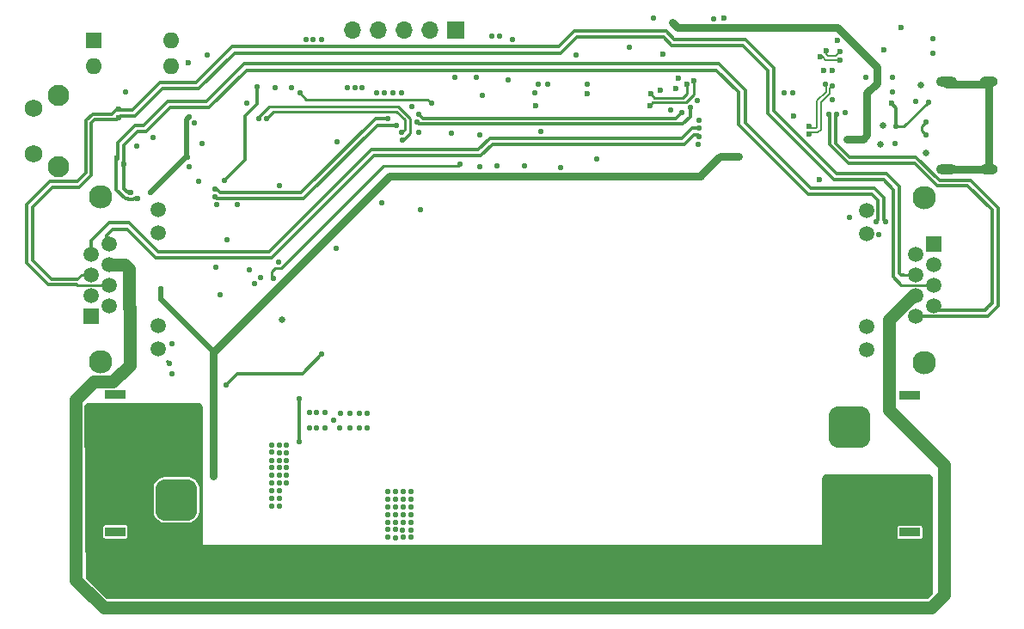
<source format=gbr>
%TF.GenerationSoftware,KiCad,Pcbnew,8.0.7-8.0.7-0~ubuntu22.04.1*%
%TF.CreationDate,2024-12-29T17:45:41+00:00*%
%TF.ProjectId,mini_module_template,6d696e69-5f6d-46f6-9475-6c655f74656d,rev?*%
%TF.SameCoordinates,Original*%
%TF.FileFunction,Copper,L4,Bot*%
%TF.FilePolarity,Positive*%
%FSLAX46Y46*%
G04 Gerber Fmt 4.6, Leading zero omitted, Abs format (unit mm)*
G04 Created by KiCad (PCBNEW 8.0.7-8.0.7-0~ubuntu22.04.1) date 2024-12-29 17:45:41*
%MOMM*%
%LPD*%
G01*
G04 APERTURE LIST*
G04 Aperture macros list*
%AMRoundRect*
0 Rectangle with rounded corners*
0 $1 Rounding radius*
0 $2 $3 $4 $5 $6 $7 $8 $9 X,Y pos of 4 corners*
0 Add a 4 corners polygon primitive as box body*
4,1,4,$2,$3,$4,$5,$6,$7,$8,$9,$2,$3,0*
0 Add four circle primitives for the rounded corners*
1,1,$1+$1,$2,$3*
1,1,$1+$1,$4,$5*
1,1,$1+$1,$6,$7*
1,1,$1+$1,$8,$9*
0 Add four rect primitives between the rounded corners*
20,1,$1+$1,$2,$3,$4,$5,0*
20,1,$1+$1,$4,$5,$6,$7,0*
20,1,$1+$1,$6,$7,$8,$9,0*
20,1,$1+$1,$8,$9,$2,$3,0*%
G04 Aperture macros list end*
%TA.AperFunction,ComponentPad*%
%ADD10R,2.000000X0.900000*%
%TD*%
%TA.AperFunction,ComponentPad*%
%ADD11RoundRect,1.025000X-1.025000X1.025000X-1.025000X-1.025000X1.025000X-1.025000X1.025000X1.025000X0*%
%TD*%
%TA.AperFunction,ComponentPad*%
%ADD12C,4.100000*%
%TD*%
%TA.AperFunction,ComponentPad*%
%ADD13R,1.600000X1.600000*%
%TD*%
%TA.AperFunction,ComponentPad*%
%ADD14O,1.600000X1.600000*%
%TD*%
%TA.AperFunction,ComponentPad*%
%ADD15R,1.500000X1.500000*%
%TD*%
%TA.AperFunction,ComponentPad*%
%ADD16C,1.500000*%
%TD*%
%TA.AperFunction,ComponentPad*%
%ADD17C,2.300000*%
%TD*%
%TA.AperFunction,ComponentPad*%
%ADD18C,2.100000*%
%TD*%
%TA.AperFunction,ComponentPad*%
%ADD19C,1.750000*%
%TD*%
%TA.AperFunction,ComponentPad*%
%ADD20O,2.100000X1.000000*%
%TD*%
%TA.AperFunction,ComponentPad*%
%ADD21O,1.800000X1.000000*%
%TD*%
%TA.AperFunction,ComponentPad*%
%ADD22RoundRect,1.025000X1.025000X-1.025000X1.025000X1.025000X-1.025000X1.025000X-1.025000X-1.025000X0*%
%TD*%
%TA.AperFunction,ComponentPad*%
%ADD23R,1.700000X1.700000*%
%TD*%
%TA.AperFunction,ComponentPad*%
%ADD24O,1.700000X1.700000*%
%TD*%
%TA.AperFunction,ViaPad*%
%ADD25C,0.550000*%
%TD*%
%TA.AperFunction,ViaPad*%
%ADD26C,0.600000*%
%TD*%
%TA.AperFunction,ViaPad*%
%ADD27C,0.650000*%
%TD*%
%TA.AperFunction,Conductor*%
%ADD28C,0.254000*%
%TD*%
%TA.AperFunction,Conductor*%
%ADD29C,1.270000*%
%TD*%
%TA.AperFunction,Conductor*%
%ADD30C,0.750000*%
%TD*%
%TA.AperFunction,Conductor*%
%ADD31C,0.508000*%
%TD*%
%TA.AperFunction,Conductor*%
%ADD32C,0.300000*%
%TD*%
%TA.AperFunction,Conductor*%
%ADD33C,0.200000*%
%TD*%
G04 APERTURE END LIST*
D10*
%TO.P,J2,*%
%TO.N,*%
X169150000Y-97950000D03*
X169150000Y-111450000D03*
D11*
%TO.P,J2,1,Pin_1*%
%TO.N,GND*%
X163150000Y-101100000D03*
D12*
%TO.P,J2,2,Pin_2*%
%TO.N,VCC*%
X163150000Y-108300000D03*
%TD*%
D13*
%TO.P,SW5,1*%
%TO.N,Net-(R24-Pad2)*%
X88770000Y-63010000D03*
D14*
%TO.P,SW5,2*%
%TO.N,Net-(R39-Pad2)*%
X88770000Y-65550000D03*
%TO.P,SW5,3*%
%TO.N,/CAN/CAN2-*%
X96390000Y-65550000D03*
%TO.P,SW5,4*%
%TO.N,/CAN/CAN1+*%
X96390000Y-63010000D03*
%TD*%
D15*
%TO.P,J8,1*%
%TO.N,/CAN/CAN1-*%
X88519999Y-90116000D03*
D16*
%TO.P,J8,2*%
%TO.N,/CAN/CAN1+*%
X90300000Y-89100000D03*
%TO.P,J8,3*%
%TO.N,GND*%
X88519999Y-88084000D03*
%TO.P,J8,4*%
%TO.N,/CAN/CAN2-*%
X90300000Y-87068000D03*
%TO.P,J8,5*%
%TO.N,/CAN/CAN2+*%
X88519999Y-86052000D03*
%TO.P,J8,6*%
%TO.N,+12V*%
X90300000Y-85036000D03*
%TO.P,J8,7*%
%TO.N,/CAN/USB_DOWNSTREAM_D-*%
X88519999Y-84020000D03*
%TO.P,J8,8*%
%TO.N,/CAN/USB_DOWNSTREAM_D+*%
X90299999Y-83004001D03*
%TO.P,J8,9*%
%TO.N,GND*%
X95119999Y-93416000D03*
%TO.P,J8,10*%
%TO.N,Net-(J8-Pad10)*%
X95119999Y-91126000D03*
%TO.P,J8,11*%
%TO.N,GND*%
X95119999Y-81986000D03*
%TO.P,J8,12*%
%TO.N,Net-(J8-Pad12)*%
X95119999Y-79696000D03*
D17*
%TO.P,J8,SH*%
%TO.N,Net-(C45-Pad1)*%
X89409999Y-94686000D03*
X89409999Y-78426000D03*
%TD*%
D18*
%TO.P,SW2,*%
%TO.N,*%
X85300000Y-75400000D03*
X85300000Y-68390000D03*
D19*
%TO.P,SW2,1,1*%
%TO.N,GND*%
X82810000Y-74150000D03*
%TO.P,SW2,2,2*%
%TO.N,/MCU/NRST*%
X82810000Y-69650000D03*
%TD*%
D15*
%TO.P,J7,1*%
%TO.N,/CAN/CAN1-*%
X171460000Y-83050000D03*
D16*
%TO.P,J7,2*%
%TO.N,/CAN/CAN1+*%
X169679999Y-84066000D03*
%TO.P,J7,3*%
%TO.N,GND*%
X171460000Y-85082000D03*
%TO.P,J7,4*%
%TO.N,/CAN/CAN2-*%
X169679999Y-86098000D03*
%TO.P,J7,5*%
%TO.N,/CAN/CAN2+*%
X171460000Y-87114000D03*
%TO.P,J7,6*%
%TO.N,+12V*%
X169679999Y-88130000D03*
%TO.P,J7,7*%
%TO.N,/CAN/USB_UPSTREAM_D-*%
X171460000Y-89146000D03*
%TO.P,J7,8*%
%TO.N,/CAN/USB_UPSTREAM_D+*%
X169680000Y-90161999D03*
%TO.P,J7,9*%
%TO.N,GND*%
X164860000Y-79750000D03*
%TO.P,J7,10*%
%TO.N,Net-(J7-Pad10)*%
X164860000Y-82040000D03*
%TO.P,J7,11*%
%TO.N,GND*%
X164860000Y-91180000D03*
%TO.P,J7,12*%
%TO.N,Net-(J7-Pad12)*%
X164860000Y-93470000D03*
D17*
%TO.P,J7,SH*%
%TO.N,Net-(C44-Pad1)*%
X170570000Y-78480000D03*
X170570000Y-94740000D03*
%TD*%
D20*
%TO.P,J4,S1,SHIELD*%
%TO.N,Net-(J4-SHIELD)*%
X172710000Y-75720000D03*
D21*
X176910000Y-75720000D03*
D20*
X172710000Y-67080000D03*
D21*
X176910000Y-67080000D03*
%TD*%
D10*
%TO.P,J6,*%
%TO.N,*%
X90900000Y-111400000D03*
X90900000Y-97900000D03*
D22*
%TO.P,J6,1,Pin_1*%
%TO.N,GND*%
X96900000Y-108250000D03*
D12*
%TO.P,J6,2,Pin_2*%
%TO.N,VCC*%
X96900000Y-101050000D03*
%TD*%
D23*
%TO.P,J1,1,Pin_1*%
%TO.N,+3V3*%
X124379999Y-62000000D03*
D24*
%TO.P,J1,2,Pin_2*%
%TO.N,/MCU/NRST*%
X121839999Y-62000000D03*
%TO.P,J1,3,Pin_3*%
%TO.N,/MCU/SWDIO*%
X119300000Y-62000000D03*
%TO.P,J1,4,Pin_4*%
%TO.N,/MCU/SWCLK*%
X116759999Y-62000000D03*
%TO.P,J1,5,Pin_5*%
%TO.N,GND*%
X114219999Y-62000000D03*
%TD*%
D25*
%TO.N,GND*%
X115709999Y-101200001D03*
X94610000Y-72550000D03*
X107010000Y-107350001D03*
X107759999Y-105100001D03*
X104100000Y-85600000D03*
X129560000Y-66900000D03*
X167430000Y-68070000D03*
X107049999Y-108850001D03*
X99400000Y-73130000D03*
X114009999Y-99700001D03*
X98140000Y-75390000D03*
D26*
X166550000Y-63900000D03*
D25*
X136300000Y-64400000D03*
X107759999Y-102850001D03*
X112344999Y-100438001D03*
X166100000Y-82110000D03*
X107010000Y-108100001D03*
X126798001Y-72253356D03*
X123947000Y-72093000D03*
X148400000Y-70825000D03*
X107759999Y-106600001D03*
X169735000Y-68998000D03*
D26*
X157689998Y-70439998D03*
D25*
X133440000Y-67280000D03*
D27*
X166517500Y-71400000D03*
D25*
X171430000Y-62770000D03*
X141480000Y-63625000D03*
X124300000Y-66598000D03*
X106259999Y-108100002D03*
X114909999Y-101200001D03*
X100800000Y-85300000D03*
X107009999Y-105850001D03*
D27*
X166200000Y-73200000D03*
D25*
X111509999Y-99600001D03*
X131200000Y-75320000D03*
X128740000Y-62520000D03*
X107010000Y-77320000D03*
X106259999Y-105100001D03*
X167700000Y-73100000D03*
X98640000Y-71110000D03*
X114500000Y-67600000D03*
X127980000Y-62520000D03*
X110709999Y-99600001D03*
X114009999Y-101200001D03*
D26*
X168250000Y-61700000D03*
D25*
X113700000Y-67600000D03*
D26*
X146100000Y-67700000D03*
D25*
X96500000Y-95820000D03*
X114909999Y-99700001D03*
X112690000Y-73000000D03*
X107009999Y-104350001D03*
X148200000Y-68925000D03*
X115200000Y-67600000D03*
X107759999Y-105850001D03*
X120100000Y-69500000D03*
X101854949Y-82657716D03*
D27*
X107300000Y-90500000D03*
D25*
X99130000Y-76850000D03*
X106259999Y-102821367D03*
X111509999Y-101200001D03*
X145600000Y-69800000D03*
X161470000Y-68806826D03*
X100841441Y-79178023D03*
D26*
X144579600Y-67912800D03*
X132300000Y-69410000D03*
D25*
X107009999Y-105100001D03*
D27*
X170700000Y-74100000D03*
D25*
X102900000Y-79170000D03*
X104615077Y-86905026D03*
X148300000Y-73200000D03*
X107009999Y-102850001D03*
D26*
X137400000Y-68200000D03*
D25*
X120800000Y-72000000D03*
X106924321Y-84796000D03*
X134750000Y-75500000D03*
X106259999Y-106601186D03*
X96500000Y-92840000D03*
X127000000Y-68400000D03*
X110009999Y-99600000D03*
X157570000Y-68119999D03*
D27*
X170200000Y-67400000D03*
D25*
X171430000Y-64290000D03*
X120900000Y-79660000D03*
X107759999Y-104350001D03*
X106259999Y-104350001D03*
X164820000Y-66610000D03*
X101200000Y-88000000D03*
X110009999Y-101200001D03*
D26*
X162000000Y-63000000D03*
D25*
X167420000Y-66640000D03*
X113084558Y-99700002D03*
D26*
X160200000Y-76700000D03*
D25*
X99970000Y-64420000D03*
X110709999Y-101200001D03*
D26*
X150800000Y-60800000D03*
X146370000Y-66720000D03*
D25*
X107010000Y-106600001D03*
X163200000Y-80400000D03*
X117110000Y-78960000D03*
X143900000Y-60775000D03*
X109670000Y-62894997D03*
X106260000Y-103573891D03*
X107009999Y-103600001D03*
X113009999Y-101200001D03*
X106260000Y-107350001D03*
X106249999Y-108850002D03*
X111200000Y-62894997D03*
X106259999Y-105852962D03*
X110360000Y-62894997D03*
X107759999Y-103600001D03*
X115710000Y-99700001D03*
X112670000Y-83440000D03*
X162800000Y-70100000D03*
%TO.N,/MCU/NRST*%
X106500000Y-86400000D03*
X124804652Y-75195348D03*
%TO.N,+5V*%
X100530000Y-105810000D03*
X98150000Y-70540000D03*
X150370000Y-74520000D03*
X149690000Y-75170000D03*
X100530000Y-100910000D03*
X100520000Y-100120000D03*
X151270000Y-74400000D03*
X164550000Y-72700000D03*
X98000000Y-74505000D03*
X100530000Y-102460000D03*
X163800000Y-72700000D03*
X149160000Y-75710000D03*
X100530000Y-104180000D03*
X148575000Y-76285000D03*
X100530000Y-101640000D03*
X152260000Y-74400000D03*
X145740000Y-61170000D03*
X100530000Y-103310000D03*
X164920000Y-68180000D03*
X100530000Y-104970000D03*
X100530000Y-99240000D03*
X111209999Y-93900001D03*
X95345000Y-88445000D03*
X95345000Y-87480000D03*
X101809998Y-96900001D03*
X100530000Y-98380000D03*
X94350000Y-77950000D03*
X162950000Y-72700000D03*
%TO.N,+3V3*%
X119250001Y-108200000D03*
X118450000Y-108210001D03*
X120000000Y-107450000D03*
X137370000Y-67310000D03*
X129970000Y-62860000D03*
X120000000Y-111950000D03*
X132230000Y-68180000D03*
X119250001Y-108950000D03*
X117750000Y-109700000D03*
X132520000Y-67280000D03*
X126400000Y-66598000D03*
X119200001Y-111200000D03*
X118450000Y-109710000D03*
X117750000Y-110450000D03*
X156770000Y-68119999D03*
X118450000Y-108960001D03*
X117750000Y-111950000D03*
X132800000Y-71975000D03*
X149770000Y-60825000D03*
X91870000Y-68030000D03*
D26*
X98100000Y-65200000D03*
D25*
X119250001Y-109700000D03*
X128500000Y-75300000D03*
X120000000Y-111200000D03*
X117750000Y-107450000D03*
X120000000Y-109700000D03*
X117750000Y-111154002D03*
X126800000Y-75400000D03*
X120000000Y-108950000D03*
X103800000Y-69200000D03*
X93000190Y-73404543D03*
X118450000Y-111960000D03*
X117750000Y-108950000D03*
X116600000Y-68110000D03*
D26*
X144770000Y-64375000D03*
D25*
X105180763Y-86339340D03*
X118200000Y-68110000D03*
X119250001Y-107450000D03*
X120000000Y-110450000D03*
X138262500Y-74687500D03*
X119250000Y-111950000D03*
X118450000Y-111164003D03*
X120000000Y-108200000D03*
X118450000Y-110460000D03*
X108200000Y-67624997D03*
X117400000Y-68110000D03*
X117750000Y-108200000D03*
X119250000Y-110450000D03*
X118450000Y-107460001D03*
X119100000Y-68110000D03*
%TO.N,/USB/USB_CONN_D-*%
X170735000Y-71048000D03*
X170735000Y-72252000D03*
%TO.N,/MCU/USR_LED1*%
X106590000Y-67609999D03*
%TO.N,/MCU/USR_LED2*%
X101620000Y-76780000D03*
X104880000Y-67569999D03*
D26*
%TO.N,/USB/USB_PROT_D-*%
X159243114Y-71427170D03*
D25*
X160776587Y-67326587D03*
%TO.N,/USB/USB_PROT_D+*%
X161511768Y-67474942D03*
D26*
X159192074Y-72225542D03*
D25*
%TO.N,Net-(C45-Pad1)*%
X96200000Y-94800000D03*
D27*
%TO.N,VCC*%
X101000000Y-116700000D03*
X107500000Y-115000000D03*
X104900000Y-115000000D03*
X102700000Y-116700000D03*
X105700000Y-115000000D03*
X106600000Y-115900000D03*
X102700000Y-115800000D03*
X104900000Y-114100000D03*
X107500000Y-114100000D03*
X106600000Y-114100000D03*
X105700000Y-115900000D03*
X107500000Y-115900000D03*
X106600000Y-115000000D03*
X104900000Y-115900000D03*
X101800000Y-115800000D03*
X105700000Y-113200000D03*
X105700000Y-114100000D03*
X106600000Y-116700000D03*
X103600000Y-115800000D03*
X107500000Y-116700000D03*
X104900000Y-113200000D03*
X107500000Y-113200000D03*
X101800000Y-116700000D03*
X101000000Y-115800000D03*
X104900000Y-116700000D03*
X103600000Y-116700000D03*
X105700000Y-116700000D03*
X106600000Y-113200000D03*
D26*
%TO.N,/STLINK/USB_D+*%
X147193541Y-67303432D03*
X143614400Y-68268400D03*
D25*
%TO.N,/MCU/USB_D+*%
X120800000Y-70300000D03*
X146700000Y-70100000D03*
%TO.N,/MCU/USB_D-*%
X147526711Y-69550000D03*
X120593958Y-71021146D03*
%TO.N,/MCU/SWCLK*%
X121998000Y-69200000D03*
X109085000Y-68185000D03*
D26*
%TO.N,/STLINK/USB_D-*%
X147900000Y-66928038D03*
X143507705Y-69425872D03*
D25*
%TO.N,/CAN/CAN1-*%
X166700000Y-80850000D03*
D26*
X93066404Y-78595363D03*
X91010000Y-74550000D03*
D25*
%TO.N,/POWER/5V_COIL*%
X109000000Y-102560001D03*
X108999999Y-98305001D03*
%TO.N,/USB/VBUS*%
X167755000Y-71470000D03*
D26*
X167300000Y-69200000D03*
D25*
X170955000Y-69048000D03*
D26*
%TO.N,/USB/USB_UPSTREAM_D-*%
X160655228Y-65964132D03*
X162258333Y-64915000D03*
X160269479Y-64620521D03*
%TO.N,/USB/USB_UPSTREAM_D+*%
X160870521Y-64019479D03*
X162258333Y-64065000D03*
X161454013Y-65920000D03*
%TO.N,/CAN/CAN1+*%
X92430006Y-77958965D03*
X91720000Y-75200000D03*
D25*
X165800000Y-80850000D03*
D26*
%TO.N,/CAN/CAN2+*%
X91217377Y-70589602D03*
%TO.N,/CAN/CAN2-*%
X91257628Y-69712839D03*
D25*
%TO.N,/CAN/USB_UPSTREAM_D-*%
X161149997Y-70300000D03*
%TO.N,/CAN/USB_UPSTREAM_D+*%
X161900000Y-70300000D03*
%TO.N,/CAN/USB_DOWNSTREAM_D-*%
X148400000Y-71575000D03*
%TO.N,/CAN/USB_DOWNSTREAM_D+*%
X148400000Y-72425000D03*
%TO.N,/CAN/RXD2_LED*%
X100700000Y-78400000D03*
X118600000Y-71326472D03*
%TO.N,/CAN/TXD2_LED*%
X100700000Y-77649997D03*
X117701472Y-70701472D03*
%TO.N,/MCU/I2C3_SDA*%
X119200000Y-72798000D03*
X105000000Y-70722499D03*
%TO.N,/MCU/I2C3_SCL*%
X105800000Y-70700000D03*
X119093636Y-72055578D03*
%TD*%
D28*
%TO.N,/MCU/NRST*%
X106650643Y-85398000D02*
X106298000Y-85750643D01*
X107202000Y-85398000D02*
X106650643Y-85398000D01*
X124804652Y-75195348D02*
X124700000Y-75300000D01*
X106298000Y-85750643D02*
X106298000Y-86298000D01*
X124700000Y-75300000D02*
X117300000Y-75300000D01*
X117300000Y-75300000D02*
X107202000Y-85398000D01*
X106400000Y-86400000D02*
X106500000Y-86400000D01*
X106298000Y-86298000D02*
X106400000Y-86400000D01*
D29*
%TO.N,+12V*%
X92290000Y-94980000D02*
X90655000Y-96615000D01*
X172480000Y-104830000D02*
X167070000Y-99420000D01*
X92270000Y-89268291D02*
X92290000Y-89288291D01*
X90300000Y-85036000D02*
X91776000Y-85036000D01*
X172480000Y-117620000D02*
X172480000Y-104830000D01*
X167070000Y-90530470D02*
X169470470Y-88130000D01*
X171235000Y-118865000D02*
X172480000Y-117620000D01*
X92270000Y-85530000D02*
X92270000Y-89268291D01*
X87000000Y-98410000D02*
X87000000Y-116110000D01*
X89755000Y-118865000D02*
X171235000Y-118865000D01*
X91776000Y-85036000D02*
X92270000Y-85530000D01*
X87000000Y-116110000D02*
X89755000Y-118865000D01*
X90655000Y-96615000D02*
X88795000Y-96615000D01*
X167070000Y-99420000D02*
X167070000Y-90530470D01*
X88795000Y-96615000D02*
X87000000Y-98410000D01*
X92290000Y-89288291D02*
X92290000Y-94980000D01*
X169470470Y-88130000D02*
X169679999Y-88130000D01*
D30*
%TO.N,+5V*%
X150340000Y-74520000D02*
X148575000Y-76285000D01*
X100530000Y-102460000D02*
X100530000Y-103310000D01*
X165900000Y-65600000D02*
X165900000Y-67200000D01*
X100530000Y-101640000D02*
X100530000Y-102460000D01*
D31*
X95345000Y-88445000D02*
X100530000Y-93630000D01*
D30*
X145740000Y-61170000D02*
X146245000Y-61675000D01*
X117900000Y-76350000D02*
X100530000Y-93720000D01*
X164550000Y-72700000D02*
X162950000Y-72700000D01*
D31*
X98150000Y-70540000D02*
X97911000Y-70779000D01*
D30*
X100530000Y-104970000D02*
X100530000Y-105810000D01*
D32*
X102909999Y-95800001D02*
X109309999Y-95800001D01*
D30*
X148510000Y-76350000D02*
X117900000Y-76350000D01*
X165900000Y-67200000D02*
X164920000Y-68180000D01*
X164550000Y-72700000D02*
X164920000Y-72330000D01*
D32*
X101809998Y-96900001D02*
X102909999Y-95800001D01*
D30*
X100530000Y-93720000D02*
X100530000Y-101640000D01*
D31*
X100530000Y-93630000D02*
X100530000Y-93720000D01*
D30*
X100530000Y-104180000D02*
X100530000Y-104970000D01*
X100530000Y-105810000D02*
X100530000Y-105910000D01*
D31*
X95345000Y-88445000D02*
X95345000Y-87480000D01*
D32*
X109309999Y-95800001D02*
X111209999Y-93900001D01*
D30*
X150370000Y-74520000D02*
X150340000Y-74520000D01*
D31*
X94350000Y-77950000D02*
X97795000Y-74505000D01*
X97911000Y-74416000D02*
X98000000Y-74505000D01*
X97911000Y-70779000D02*
X97911000Y-74416000D01*
D30*
X150370000Y-74520000D02*
X150490000Y-74400000D01*
X150490000Y-74400000D02*
X152260000Y-74400000D01*
X100530000Y-103310000D02*
X100530000Y-104180000D01*
X146245000Y-61675000D02*
X161975000Y-61675000D01*
X161975000Y-61675000D02*
X165900000Y-65600000D01*
X148575000Y-76285000D02*
X148510000Y-76350000D01*
X164920000Y-72330000D02*
X164920000Y-68180000D01*
D31*
X97795000Y-74505000D02*
X98000000Y-74505000D01*
D28*
%TO.N,/USB/USB_CONN_D-*%
X170335000Y-71852000D02*
X170335000Y-71448000D01*
X170335000Y-71448000D02*
X170735000Y-71048000D01*
X170735000Y-72252000D02*
X170335000Y-71852000D01*
D32*
%TO.N,/MCU/USR_LED2*%
X103625000Y-70465000D02*
X104660000Y-69430000D01*
X104365000Y-69725000D02*
X104880000Y-69210000D01*
X104880000Y-69210000D02*
X104880000Y-67569999D01*
X101620000Y-76780000D02*
X103625000Y-74775000D01*
X103625000Y-74775000D02*
X103625000Y-70465000D01*
D33*
%TO.N,/USB/USB_PROT_D-*%
X159900000Y-71620000D02*
X159970000Y-71550000D01*
X159435944Y-71620000D02*
X159900000Y-71620000D01*
X159243114Y-71427170D02*
X159435944Y-71620000D01*
X160870000Y-68027967D02*
X160870000Y-67420000D01*
X159970000Y-68927967D02*
X160870000Y-68027967D01*
X160870000Y-67420000D02*
X160776587Y-67326587D01*
X159970000Y-71550000D02*
X159970000Y-68927967D01*
%TO.N,/USB/USB_PROT_D+*%
X161270000Y-67716710D02*
X161511768Y-67474942D01*
X161270000Y-68193653D02*
X161270000Y-67716710D01*
X159347616Y-72070000D02*
X160070000Y-72070000D01*
X160070000Y-72070000D02*
X160370000Y-71770000D01*
X159192074Y-72225542D02*
X159347616Y-72070000D01*
X160370000Y-71770000D02*
X160370000Y-69093653D01*
X160370000Y-69093653D02*
X161270000Y-68193653D01*
D32*
%TO.N,Net-(C45-Pad1)*%
X96086000Y-94686000D02*
X96200000Y-94800000D01*
D28*
%TO.N,/STLINK/USB_D+*%
X146749000Y-68646000D02*
X143992000Y-68646000D01*
X147193541Y-67303432D02*
X147193541Y-68201459D01*
X147193541Y-68201459D02*
X146749000Y-68646000D01*
X143992000Y-68646000D02*
X143614400Y-68268400D01*
%TO.N,/MCU/SWDIO*%
X119600000Y-62300000D02*
X119300000Y-62000000D01*
X119600000Y-62000000D02*
X119300000Y-62000000D01*
D32*
%TO.N,/MCU/USB_D+*%
X121200000Y-70700000D02*
X146100000Y-70700000D01*
X120800000Y-70300000D02*
X121200000Y-70700000D01*
X146100000Y-70700000D02*
X146700000Y-70100000D01*
%TO.N,/MCU/USB_D-*%
X120772812Y-71200000D02*
X146800000Y-71200000D01*
X146800000Y-71200000D02*
X147526711Y-70473289D01*
X147526711Y-70473289D02*
X147526711Y-69550000D01*
X120593958Y-71021146D02*
X120772812Y-71200000D01*
D28*
%TO.N,/MCU/SWCLK*%
X116759999Y-62580001D02*
X116720000Y-62620000D01*
X121998000Y-69200000D02*
X121598000Y-68800000D01*
X116759999Y-62000000D02*
X116759999Y-62580001D01*
X121598000Y-68800000D02*
X109700000Y-68800000D01*
X109700000Y-68800000D02*
X109085000Y-68185000D01*
%TO.N,/STLINK/USB_D-*%
X147870000Y-66958038D02*
X147870000Y-68320000D01*
X147090000Y-69100000D02*
X143833577Y-69100000D01*
X147900000Y-66928038D02*
X147870000Y-66958038D01*
X147870000Y-68320000D02*
X147090000Y-69100000D01*
X143833577Y-69100000D02*
X143507705Y-69425872D01*
D30*
%TO.N,Net-(J4-SHIELD)*%
X176910000Y-75720000D02*
X172710000Y-75720000D01*
X176910000Y-67080000D02*
X176910000Y-75720000D01*
X172710000Y-67267988D02*
X176910000Y-67267988D01*
D32*
%TO.N,/CAN/CAN1-*%
X103555734Y-65300000D02*
X150300000Y-65300000D01*
X91000000Y-77714266D02*
X91000000Y-74560000D01*
X93695734Y-71340000D02*
X96035734Y-69000000D01*
X166550001Y-78455735D02*
X166550001Y-80700001D01*
X91120000Y-74440000D02*
X91120000Y-73045734D01*
X166550001Y-80700001D02*
X166700000Y-80850000D01*
X150300000Y-65300000D02*
X152900000Y-67900000D01*
X159350000Y-77550000D02*
X165644266Y-77550000D01*
X152900000Y-67900000D02*
X152900000Y-71100000D01*
X92160767Y-78608965D02*
X92147165Y-78595363D01*
X93066404Y-78595363D02*
X92712847Y-78595363D01*
X92147165Y-78595363D02*
X91881097Y-78595363D01*
X91881097Y-78595363D02*
X91000000Y-77714266D01*
X165644266Y-77550000D02*
X166550001Y-78455735D01*
X99855734Y-69000000D02*
X103555734Y-65300000D01*
X91000000Y-74560000D02*
X91010000Y-74550000D01*
X152900000Y-71100000D02*
X159350000Y-77550000D01*
X92699245Y-78608965D02*
X92160767Y-78608965D01*
X92825734Y-71340000D02*
X93695734Y-71340000D01*
X91010000Y-74550000D02*
X91120000Y-74440000D01*
X91120000Y-73045734D02*
X92825734Y-71340000D01*
X96035734Y-69000000D02*
X99855734Y-69000000D01*
X92712847Y-78595363D02*
X92699245Y-78608965D01*
%TO.N,/POWER/5V_COIL*%
X108999999Y-98305001D02*
X109000000Y-98305002D01*
X109000000Y-98305002D02*
X109000000Y-102560001D01*
D28*
%TO.N,/USB/VBUS*%
X168533000Y-71470000D02*
X170955000Y-69048000D01*
D32*
X167755000Y-69655000D02*
X167300000Y-69200000D01*
D28*
X167755000Y-71470000D02*
X168533000Y-71470000D01*
D32*
X167755000Y-71470000D02*
X167755000Y-69655000D01*
D33*
%TO.N,/USB/USB_UPSTREAM_D-*%
X160552322Y-64620521D02*
X160269479Y-64620521D01*
X160846801Y-64915000D02*
X160552322Y-64620521D01*
X162258333Y-64915000D02*
X160846801Y-64915000D01*
%TO.N,/USB/USB_UPSTREAM_D+*%
X161858334Y-64464999D02*
X161033198Y-64464999D01*
X161033198Y-64464999D02*
X160870521Y-64302322D01*
X160870521Y-64302322D02*
X160870521Y-64019479D01*
X162258333Y-64065000D02*
X161858334Y-64464999D01*
D32*
%TO.N,/CAN/CAN1+*%
X165949999Y-80700001D02*
X165800000Y-80850000D01*
X91730000Y-75210000D02*
X91720000Y-75200000D01*
X91730000Y-77595734D02*
X91730000Y-75210000D01*
X165949999Y-78704265D02*
X165949999Y-80700001D01*
X92430006Y-77958965D02*
X92393609Y-77995362D01*
X96284266Y-69600000D02*
X100104266Y-69600000D01*
X152300000Y-68100000D02*
X152300000Y-71300000D01*
X165395734Y-78150000D02*
X165949999Y-78704265D01*
X93944266Y-71940000D02*
X96284266Y-69600000D01*
X152300000Y-71300000D02*
X159150000Y-78150000D01*
X150100000Y-65900000D02*
X152300000Y-68100000D01*
X103804266Y-65900000D02*
X150100000Y-65900000D01*
X92393609Y-77995362D02*
X92129628Y-77995362D01*
X91720000Y-75200000D02*
X91720000Y-73294266D01*
X100104266Y-69600000D02*
X103804266Y-65900000D01*
X92129628Y-77995362D02*
X91730000Y-77595734D01*
X91720000Y-73294266D02*
X93074266Y-71940000D01*
X93074266Y-71940000D02*
X93944266Y-71940000D01*
X159150000Y-78150000D02*
X165395734Y-78150000D01*
%TO.N,/CAN/CAN2+*%
X167510000Y-77710000D02*
X167510000Y-86300000D01*
X88884517Y-70742589D02*
X91064390Y-70742589D01*
X144865734Y-62680000D02*
X145685734Y-63500000D01*
X167510000Y-86300000D02*
X168300000Y-87090000D01*
X88529876Y-76270124D02*
X88529876Y-71097230D01*
D28*
X87548000Y-86052000D02*
X88519999Y-86052000D01*
D32*
X82770000Y-79404266D02*
X84734266Y-77440000D01*
X82770000Y-84685734D02*
X82770000Y-79404266D01*
D28*
X87100000Y-86500000D02*
X87548000Y-86052000D01*
D32*
X91375883Y-70431096D02*
X92843170Y-70431096D01*
X102614266Y-64210000D02*
X134774266Y-64210000D01*
X84734266Y-77440000D02*
X87360000Y-77440000D01*
X88529876Y-71097230D02*
X88884517Y-70742589D01*
X155120000Y-70184266D02*
X161665734Y-76730000D01*
X166530000Y-76730000D02*
X167510000Y-77710000D01*
X155120000Y-65904266D02*
X155120000Y-70184266D01*
X84584266Y-86500000D02*
X82770000Y-84685734D01*
X87360000Y-77440000D02*
X88529876Y-76270124D01*
X92843170Y-70431096D02*
X95514266Y-67760000D01*
X91217377Y-70589602D02*
X91375883Y-70431096D01*
X91064390Y-70742589D02*
X91217377Y-70589602D01*
X99064266Y-67760000D02*
X102614266Y-64210000D01*
X95514266Y-67760000D02*
X99064266Y-67760000D01*
X136304266Y-62680000D02*
X144865734Y-62680000D01*
D28*
X168324000Y-87114000D02*
X168300000Y-87090000D01*
X171460000Y-87114000D02*
X168324000Y-87114000D01*
D32*
X161665734Y-76730000D02*
X166530000Y-76730000D01*
X145685734Y-63500000D02*
X152715734Y-63500000D01*
X152715734Y-63500000D02*
X155120000Y-65904266D01*
X87100000Y-86500000D02*
X84584266Y-86500000D01*
X134774266Y-64210000D02*
X136304266Y-62680000D01*
%TO.N,/CAN/CAN2-*%
X84295734Y-87060000D02*
X82170000Y-84934266D01*
X88029876Y-70890124D02*
X88677411Y-70242589D01*
X91257628Y-69712839D02*
X91375883Y-69831094D01*
X87209876Y-76800000D02*
X88029876Y-75980000D01*
X168080000Y-77380000D02*
X168080000Y-85940000D01*
X90568000Y-87068000D02*
X90300000Y-87068000D01*
X87209876Y-76810124D02*
X87209876Y-76800000D01*
X102365734Y-63610000D02*
X134525734Y-63610000D01*
X155720000Y-65655734D02*
X155720000Y-69935734D01*
X145934266Y-62900000D02*
X152964266Y-62900000D01*
X82170000Y-79155734D02*
X84445734Y-76880000D01*
X92594640Y-69831094D02*
X95265734Y-67160000D01*
X88029876Y-75980000D02*
X88029876Y-70890124D01*
X152964266Y-62900000D02*
X155720000Y-65655734D01*
D28*
X90300000Y-87068000D02*
X87118000Y-87068000D01*
X168558000Y-86098000D02*
X168550000Y-86090000D01*
D32*
X95265734Y-67160000D02*
X98815734Y-67160000D01*
X82170000Y-84934266D02*
X82170000Y-79155734D01*
X136055734Y-62080000D02*
X145114266Y-62080000D01*
X91375883Y-69831094D02*
X92594640Y-69831094D01*
X98815734Y-67160000D02*
X102365734Y-63610000D01*
X145114266Y-62080000D02*
X145934266Y-62900000D01*
X84445734Y-76880000D02*
X87140000Y-76880000D01*
X168080000Y-85940000D02*
X168230000Y-86090000D01*
X161914266Y-76130000D02*
X166830000Y-76130000D01*
X168230000Y-86090000D02*
X168550000Y-86090000D01*
X90567377Y-70242589D02*
X90948138Y-69861828D01*
X90948138Y-69861828D02*
X91108639Y-69861828D01*
D28*
X87118000Y-87068000D02*
X87110000Y-87060000D01*
D32*
X88677411Y-70242589D02*
X90567377Y-70242589D01*
D28*
X169679999Y-86098000D02*
X168558000Y-86098000D01*
D32*
X155720000Y-69935734D02*
X161914266Y-76130000D01*
X87140000Y-76880000D02*
X87209876Y-76810124D01*
X91108639Y-69861828D02*
X91257628Y-69712839D01*
X87110000Y-87060000D02*
X84295734Y-87060000D01*
X134525734Y-63610000D02*
X136055734Y-62080000D01*
X166830000Y-76130000D02*
X168080000Y-77380000D01*
%TO.N,/CAN/USB_UPSTREAM_D-*%
X177200000Y-88895734D02*
X177200000Y-79700000D01*
X161224998Y-70375001D02*
X161149997Y-70300000D01*
X171460000Y-89146000D02*
X171875998Y-89561998D01*
X163095000Y-75095000D02*
X161224998Y-73224998D01*
X171800000Y-77300000D02*
X169595000Y-75095000D01*
X176533736Y-89561998D02*
X176847867Y-89247867D01*
X177200000Y-79700000D02*
X174800000Y-77300000D01*
X174800000Y-77300000D02*
X171800000Y-77300000D01*
X161224998Y-73224998D02*
X161224998Y-70375001D01*
X171875998Y-89561998D02*
X176533736Y-89561998D01*
X176847867Y-89247867D02*
X177200000Y-88895734D01*
X169595000Y-75095000D02*
X163095000Y-75095000D01*
%TO.N,/CAN/USB_UPSTREAM_D+*%
X177800000Y-79500000D02*
X175100000Y-76800000D01*
X161824999Y-70375001D02*
X161900000Y-70300000D01*
X175100000Y-76800000D02*
X172037918Y-76800000D01*
X169732938Y-74495020D02*
X163202126Y-74495020D01*
X171885398Y-90173000D02*
X171896399Y-90161999D01*
X171034602Y-90173000D02*
X171885398Y-90173000D01*
X163202126Y-74495020D02*
X161824999Y-73117893D01*
X177800000Y-89144266D02*
X177800000Y-79500000D01*
X172037918Y-76800000D02*
X169732938Y-74495020D01*
X176782267Y-90161999D02*
X177800000Y-89144266D01*
X171023601Y-90161999D02*
X171034602Y-90173000D01*
X161824999Y-73117893D02*
X161824999Y-70375001D01*
X169680000Y-90161999D02*
X171023601Y-90161999D01*
X171896399Y-90161999D02*
X176782267Y-90161999D01*
%TO.N,/CAN/USB_DOWNSTREAM_D-*%
X116125734Y-73750000D02*
X126625734Y-73750000D01*
X88519999Y-84020000D02*
X88519999Y-82680001D01*
X126625734Y-73750000D02*
X127775734Y-72600000D01*
X127775734Y-72600000D02*
X146675734Y-72600000D01*
X90300000Y-80900000D02*
X92207106Y-80900000D01*
X146675734Y-72600000D02*
X147700734Y-71575000D01*
X147700734Y-71575000D02*
X148400000Y-71575000D01*
X92207106Y-80900000D02*
X95107106Y-83800000D01*
X88519999Y-82680001D02*
X90300000Y-80900000D01*
X95107106Y-83800000D02*
X106075734Y-83800000D01*
X106075734Y-83800000D02*
X116125734Y-73750000D01*
%TO.N,/CAN/USB_DOWNSTREAM_D+*%
X90600000Y-81600000D02*
X90000000Y-82200000D01*
X148400000Y-72425000D02*
X148275001Y-72300001D01*
X94900000Y-84400000D02*
X92100000Y-81600000D01*
X90000000Y-82704002D02*
X90299999Y-83004001D01*
X116374266Y-74350000D02*
X106324266Y-84400000D01*
X92100000Y-81600000D02*
X90600000Y-81600000D01*
X128024266Y-73200000D02*
X126874266Y-74350000D01*
X126874266Y-74350000D02*
X116374266Y-74350000D01*
X146924266Y-73200000D02*
X128024266Y-73200000D01*
X106324266Y-84400000D02*
X94900000Y-84400000D01*
X90000000Y-82200000D02*
X90000000Y-82704002D01*
X148275001Y-72300001D02*
X147824265Y-72300001D01*
X147824265Y-72300001D02*
X146924266Y-73200000D01*
%TO.N,/CAN/RXD2_LED*%
X100845000Y-78545000D02*
X100700000Y-78400000D01*
X118600000Y-71326472D02*
X116673528Y-71326472D01*
X116673528Y-71326472D02*
X109455000Y-78545000D01*
X109455000Y-78545000D02*
X100845000Y-78545000D01*
%TO.N,/CAN/TXD2_LED*%
X117701472Y-70701472D02*
X116498528Y-70701472D01*
X116498528Y-70701472D02*
X109200000Y-78000000D01*
X109200000Y-78000000D02*
X101183884Y-78000000D01*
X101183884Y-78000000D02*
X100833881Y-77649997D01*
X100833881Y-77649997D02*
X100700000Y-77649997D01*
D28*
%TO.N,/MCU/I2C3_SDA*%
X119900000Y-70657947D02*
X118742053Y-69500000D01*
X119200000Y-72798000D02*
X119202571Y-72798000D01*
X110700000Y-69500000D02*
X110600000Y-69500000D01*
X105000000Y-70500000D02*
X106000000Y-69500000D01*
X119202571Y-72798000D02*
X119900000Y-72100571D01*
X105000000Y-70722499D02*
X105000000Y-70500000D01*
X118742053Y-69500000D02*
X110700000Y-69500000D01*
X106000000Y-69500000D02*
X110700000Y-69500000D01*
X119900000Y-72100571D02*
X119900000Y-70657947D01*
%TO.N,/MCU/I2C3_SCL*%
X119096479Y-72055578D02*
X119093636Y-72055578D01*
X119400000Y-70800000D02*
X119400000Y-71752057D01*
X118600000Y-70000000D02*
X119400000Y-70800000D01*
X106500000Y-70000000D02*
X118600000Y-70000000D01*
X119400000Y-71752057D02*
X119096479Y-72055578D01*
X105800000Y-70700000D02*
X106500000Y-70000000D01*
%TD*%
%TA.AperFunction,Conductor*%
%TO.N,VCC*%
G36*
X99215807Y-98719685D02*
G01*
X99236292Y-98736162D01*
X99464783Y-98963836D01*
X99498378Y-99025099D01*
X99501258Y-99051230D01*
X99548924Y-112350002D01*
X99550000Y-112650000D01*
X130025000Y-112675000D01*
X160200000Y-112699754D01*
X160200000Y-112699753D01*
X160500000Y-112700000D01*
X160500000Y-110980247D01*
X167949500Y-110980247D01*
X167949500Y-111919752D01*
X167961131Y-111978229D01*
X167961132Y-111978230D01*
X168005447Y-112044552D01*
X168071769Y-112088867D01*
X168071770Y-112088868D01*
X168130247Y-112100499D01*
X168130250Y-112100500D01*
X168130252Y-112100500D01*
X170169750Y-112100500D01*
X170169751Y-112100499D01*
X170184568Y-112097552D01*
X170228229Y-112088868D01*
X170228229Y-112088867D01*
X170228231Y-112088867D01*
X170294552Y-112044552D01*
X170338867Y-111978231D01*
X170338867Y-111978229D01*
X170338868Y-111978229D01*
X170350499Y-111919752D01*
X170350500Y-111919750D01*
X170350500Y-110980249D01*
X170350499Y-110980247D01*
X170338868Y-110921770D01*
X170338867Y-110921769D01*
X170294552Y-110855447D01*
X170228230Y-110811132D01*
X170228229Y-110811131D01*
X170169752Y-110799500D01*
X170169748Y-110799500D01*
X168130252Y-110799500D01*
X168130247Y-110799500D01*
X168071770Y-110811131D01*
X168071769Y-110811132D01*
X168005447Y-110855447D01*
X167961132Y-110921769D01*
X167961131Y-110921770D01*
X167949500Y-110980247D01*
X160500000Y-110980247D01*
X160500000Y-106051362D01*
X160519685Y-105984323D01*
X160536319Y-105963681D01*
X160763681Y-105736319D01*
X160825004Y-105702834D01*
X160851362Y-105700000D01*
X171048638Y-105700000D01*
X171115677Y-105719685D01*
X171136319Y-105736319D01*
X171363681Y-105963681D01*
X171397166Y-106025004D01*
X171400000Y-106051362D01*
X171400000Y-117467062D01*
X171380315Y-117534101D01*
X171363681Y-117554743D01*
X170925243Y-117993181D01*
X170863920Y-118026666D01*
X170837562Y-118029500D01*
X90152437Y-118029500D01*
X90085398Y-118009815D01*
X90064756Y-117993181D01*
X88014345Y-115942769D01*
X87980860Y-115881446D01*
X87978029Y-115856020D01*
X87941270Y-110930247D01*
X89699500Y-110930247D01*
X89699500Y-111869752D01*
X89711131Y-111928229D01*
X89711132Y-111928230D01*
X89755447Y-111994552D01*
X89821769Y-112038867D01*
X89821770Y-112038868D01*
X89880247Y-112050499D01*
X89880250Y-112050500D01*
X89880252Y-112050500D01*
X91919750Y-112050500D01*
X91919751Y-112050499D01*
X91934568Y-112047552D01*
X91978229Y-112038868D01*
X91978229Y-112038867D01*
X91978231Y-112038867D01*
X92044552Y-111994552D01*
X92088867Y-111928231D01*
X92088867Y-111928229D01*
X92088868Y-111928229D01*
X92100499Y-111869752D01*
X92100500Y-111869750D01*
X92100500Y-110930249D01*
X92100499Y-110930247D01*
X92088868Y-110871770D01*
X92088867Y-110871769D01*
X92044552Y-110805447D01*
X91978230Y-110761132D01*
X91978229Y-110761131D01*
X91919752Y-110749500D01*
X91919748Y-110749500D01*
X89880252Y-110749500D01*
X89880247Y-110749500D01*
X89821770Y-110761131D01*
X89821769Y-110761132D01*
X89755447Y-110805447D01*
X89711132Y-110871769D01*
X89711131Y-110871770D01*
X89699500Y-110930247D01*
X87941270Y-110930247D01*
X87913149Y-107162061D01*
X94649500Y-107162061D01*
X94649500Y-109337924D01*
X94649501Y-109337939D01*
X94659696Y-109467484D01*
X94713596Y-109681395D01*
X94804826Y-109882243D01*
X94930449Y-110063568D01*
X95086431Y-110219550D01*
X95267756Y-110345173D01*
X95267757Y-110345173D01*
X95267761Y-110345176D01*
X95401875Y-110406093D01*
X95468604Y-110436403D01*
X95468605Y-110436403D01*
X95468607Y-110436404D01*
X95682515Y-110490304D01*
X95812067Y-110500500D01*
X97987932Y-110500499D01*
X98117485Y-110490304D01*
X98331393Y-110436404D01*
X98532239Y-110345176D01*
X98713567Y-110219551D01*
X98869551Y-110063567D01*
X98995176Y-109882239D01*
X99086404Y-109681393D01*
X99140304Y-109467485D01*
X99150500Y-109337933D01*
X99150499Y-107162068D01*
X99140304Y-107032515D01*
X99086404Y-106818607D01*
X98995176Y-106617761D01*
X98889106Y-106464659D01*
X98869550Y-106436431D01*
X98713568Y-106280449D01*
X98532243Y-106154826D01*
X98331395Y-106063596D01*
X98178236Y-106025004D01*
X98117485Y-106009696D01*
X97987933Y-105999500D01*
X97987931Y-105999500D01*
X95812075Y-105999500D01*
X95812060Y-105999501D01*
X95682515Y-106009696D01*
X95468604Y-106063596D01*
X95267756Y-106154826D01*
X95086431Y-106280449D01*
X94930449Y-106436431D01*
X94804826Y-106617756D01*
X94713596Y-106818604D01*
X94659696Y-107032515D01*
X94649500Y-107162061D01*
X87913149Y-107162061D01*
X87852624Y-99051621D01*
X87871808Y-98984439D01*
X87888607Y-98963351D01*
X88113627Y-98736645D01*
X88174824Y-98702933D01*
X88201634Y-98700000D01*
X99148768Y-98700000D01*
X99215807Y-98719685D01*
G37*
%TD.AperFunction*%
%TD*%
M02*

</source>
